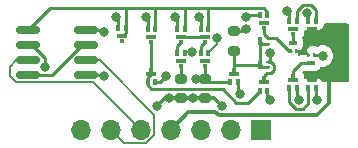
<source format=gbr>
%TF.GenerationSoftware,KiCad,Pcbnew,7.0.8*%
%TF.CreationDate,2024-06-12T14:08:57-04:00*%
%TF.ProjectId,Discrete_Opamp,44697363-7265-4746-955f-4f70616d702e,rev?*%
%TF.SameCoordinates,Original*%
%TF.FileFunction,Copper,L1,Top*%
%TF.FilePolarity,Positive*%
%FSLAX46Y46*%
G04 Gerber Fmt 4.6, Leading zero omitted, Abs format (unit mm)*
G04 Created by KiCad (PCBNEW 7.0.8) date 2024-06-12 14:08:57*
%MOMM*%
%LPD*%
G01*
G04 APERTURE LIST*
G04 Aperture macros list*
%AMRoundRect*
0 Rectangle with rounded corners*
0 $1 Rounding radius*
0 $2 $3 $4 $5 $6 $7 $8 $9 X,Y pos of 4 corners*
0 Add a 4 corners polygon primitive as box body*
4,1,4,$2,$3,$4,$5,$6,$7,$8,$9,$2,$3,0*
0 Add four circle primitives for the rounded corners*
1,1,$1+$1,$2,$3*
1,1,$1+$1,$4,$5*
1,1,$1+$1,$6,$7*
1,1,$1+$1,$8,$9*
0 Add four rect primitives between the rounded corners*
20,1,$1+$1,$2,$3,$4,$5,0*
20,1,$1+$1,$4,$5,$6,$7,0*
20,1,$1+$1,$6,$7,$8,$9,0*
20,1,$1+$1,$8,$9,$2,$3,0*%
G04 Aperture macros list end*
%TA.AperFunction,SMDPad,CuDef*%
%ADD10R,0.350000X0.500000*%
%TD*%
%TA.AperFunction,SMDPad,CuDef*%
%ADD11R,0.900000X0.440000*%
%TD*%
%TA.AperFunction,SMDPad,CuDef*%
%ADD12R,0.300000X0.340000*%
%TD*%
%TA.AperFunction,SMDPad,CuDef*%
%ADD13RoundRect,0.200000X-0.275000X0.200000X-0.275000X-0.200000X0.275000X-0.200000X0.275000X0.200000X0*%
%TD*%
%TA.AperFunction,ComponentPad*%
%ADD14R,1.700000X1.700000*%
%TD*%
%TA.AperFunction,ComponentPad*%
%ADD15O,1.700000X1.700000*%
%TD*%
%TA.AperFunction,SMDPad,CuDef*%
%ADD16RoundRect,0.150000X0.825000X0.150000X-0.825000X0.150000X-0.825000X-0.150000X0.825000X-0.150000X0*%
%TD*%
%TA.AperFunction,SMDPad,CuDef*%
%ADD17RoundRect,0.050000X0.150000X0.075000X-0.150000X0.075000X-0.150000X-0.075000X0.150000X-0.075000X0*%
%TD*%
%TA.AperFunction,SMDPad,CuDef*%
%ADD18RoundRect,0.050000X0.150000X0.300000X-0.150000X0.300000X-0.150000X-0.300000X0.150000X-0.300000X0*%
%TD*%
%TA.AperFunction,SMDPad,CuDef*%
%ADD19RoundRect,0.050000X-0.075000X0.150000X-0.075000X-0.150000X0.075000X-0.150000X0.075000X0.150000X0*%
%TD*%
%TA.AperFunction,SMDPad,CuDef*%
%ADD20RoundRect,0.050000X-0.300000X0.150000X-0.300000X-0.150000X0.300000X-0.150000X0.300000X0.150000X0*%
%TD*%
%TA.AperFunction,SMDPad,CuDef*%
%ADD21RoundRect,0.050000X0.075000X-0.150000X0.075000X0.150000X-0.075000X0.150000X-0.075000X-0.150000X0*%
%TD*%
%TA.AperFunction,SMDPad,CuDef*%
%ADD22RoundRect,0.050000X0.300000X-0.150000X0.300000X0.150000X-0.300000X0.150000X-0.300000X-0.150000X0*%
%TD*%
%TA.AperFunction,ViaPad*%
%ADD23C,0.800000*%
%TD*%
%TA.AperFunction,Conductor*%
%ADD24C,0.250000*%
%TD*%
%TA.AperFunction,Conductor*%
%ADD25C,0.350000*%
%TD*%
%TA.AperFunction,Conductor*%
%ADD26C,0.200000*%
%TD*%
G04 APERTURE END LIST*
D10*
%TO.P,Q12,1,G*%
%TO.N,Vb2*%
X42175000Y-48190000D03*
%TO.P,Q12,2,S*%
%TO.N,VSS*%
X42825000Y-48190000D03*
D11*
%TO.P,Q12,3,D*%
%TO.N,Net-(Q12-D)*%
X42500000Y-47500000D03*
D12*
X42500000Y-47110000D03*
%TD*%
D13*
%TO.P,R3,1*%
%TO.N,VDD*%
X40000000Y-43175000D03*
%TO.P,R3,2*%
%TO.N,Vamp*%
X40000000Y-44825000D03*
%TD*%
D10*
%TO.P,Q7,1,G*%
%TO.N,V+*%
X37825000Y-45000000D03*
%TO.P,Q7,2,S*%
%TO.N,Net-(Q4-D)*%
X37175000Y-45000000D03*
D11*
%TO.P,Q7,3,D*%
%TO.N,Vdiff*%
X37500000Y-45690000D03*
D12*
X37500000Y-46080000D03*
%TD*%
D14*
%TO.P,J1,1,Pin_1*%
%TO.N,VDD*%
X42240000Y-51500000D03*
D15*
%TO.P,J1,2,Pin_2*%
%TO.N,V+*%
X39700000Y-51500000D03*
%TO.P,J1,3,Pin_3*%
%TO.N,V-*%
X37160000Y-51500000D03*
%TO.P,J1,4,Pin_4*%
%TO.N,Vout*%
X34620000Y-51500000D03*
%TO.P,J1,5,Pin_5*%
%TO.N,IS+*%
X32080000Y-51500000D03*
%TO.P,J1,6,Pin_6*%
%TO.N,IS-*%
X29540000Y-51500000D03*
%TO.P,J1,7,Pin_7*%
%TO.N,VSS*%
X27000000Y-51500000D03*
%TD*%
D10*
%TO.P,Q5,1,G*%
%TO.N,Vb1*%
X37825000Y-43000000D03*
%TO.P,Q5,2,S*%
%TO.N,VDD*%
X37175000Y-43000000D03*
D11*
%TO.P,Q5,3,D*%
%TO.N,Net-(Q4-D)*%
X37500000Y-43690000D03*
D12*
X37500000Y-44080000D03*
%TD*%
D10*
%TO.P,Q1,1,G*%
%TO.N,Vb1*%
X30825000Y-42920000D03*
%TO.P,Q1,2,S*%
%TO.N,VDD*%
X30175000Y-42920000D03*
D11*
%TO.P,Q1,3,D*%
%TO.N,Vb1*%
X30500000Y-43610000D03*
D12*
X30500000Y-44000000D03*
%TD*%
D16*
%TO.P,U1,1*%
%TO.N,VSS*%
X27475000Y-46905000D03*
%TO.P,U1,2*%
%TO.N,IS-*%
X27475000Y-45635000D03*
%TO.P,U1,3*%
%TO.N,Net-(U1-Pad3)*%
X27475000Y-44365000D03*
%TO.P,U1,4*%
%TO.N,VDD*%
X27475000Y-43095000D03*
%TO.P,U1,5*%
%TO.N,Vb1*%
X22525000Y-43095000D03*
%TO.P,U1,6,S*%
%TO.N,VSS*%
X22525000Y-44365000D03*
%TO.P,U1,7*%
%TO.N,IS+*%
X22525000Y-45635000D03*
%TO.P,U1,8*%
%TO.N,Net-(U1-Pad3)*%
X22525000Y-46905000D03*
%TD*%
D10*
%TO.P,Q3,1,G*%
%TO.N,Vb1*%
X33325000Y-43000000D03*
%TO.P,Q3,2,S*%
%TO.N,VDD*%
X32675000Y-43000000D03*
D11*
%TO.P,Q3,3,D*%
%TO.N,Vb2*%
X33000000Y-43690000D03*
D12*
X33000000Y-44080000D03*
%TD*%
D13*
%TO.P,R2,1*%
%TO.N,Vdiff*%
X37500000Y-47175000D03*
%TO.P,R2,2*%
%TO.N,VSS*%
X37500000Y-48825000D03*
%TD*%
D10*
%TO.P,Q2,1,G*%
%TO.N,Vb2*%
X32675000Y-47500000D03*
%TO.P,Q2,2,S*%
%TO.N,VSS*%
X33325000Y-47500000D03*
D11*
%TO.P,Q2,3,D*%
%TO.N,Vb2*%
X33000000Y-46810000D03*
D12*
X33000000Y-46420000D03*
%TD*%
D10*
%TO.P,Q18,1,G*%
%TO.N,Net-(Q13-C)*%
X46925000Y-42310000D03*
%TO.P,Q18,2,S*%
%TO.N,VDD*%
X46275000Y-42310000D03*
D11*
%TO.P,Q18,3,D*%
%TO.N,Vout*%
X46600000Y-43000000D03*
D12*
X46600000Y-43390000D03*
%TD*%
D13*
%TO.P,R1,1*%
%TO.N,Net-(Q6-D)*%
X35500000Y-47175000D03*
%TO.P,R1,2*%
%TO.N,VSS*%
X35500000Y-48825000D03*
%TD*%
D17*
%TO.P,Q9,1,B*%
%TO.N,Vamp*%
X42850000Y-46225000D03*
%TO.P,Q9,2,E*%
%TO.N,Net-(Q12-D)*%
X42850000Y-45775000D03*
D18*
%TO.P,Q9,3,C*%
%TO.N,Vamp*%
X42150000Y-46000000D03*
%TD*%
D19*
%TO.P,Q14,1,B*%
%TO.N,Net-(Q12-D)*%
X46725000Y-45150000D03*
%TO.P,Q14,2,E*%
%TO.N,Vout*%
X46275000Y-45150000D03*
D20*
%TO.P,Q14,3,C*%
%TO.N,Net-(Q14-C)*%
X46500000Y-45850000D03*
%TD*%
D10*
%TO.P,Q15,1,G*%
%TO.N,Net-(Q14-C)*%
X44675000Y-48000000D03*
%TO.P,Q15,2,S*%
%TO.N,VSS*%
X45325000Y-48000000D03*
D11*
%TO.P,Q15,3,D*%
%TO.N,Net-(Q14-C)*%
X45000000Y-47310000D03*
D12*
X45000000Y-46920000D03*
%TD*%
D10*
%TO.P,Q4,1,G*%
%TO.N,Vb1*%
X35825000Y-43000000D03*
%TO.P,Q4,2,S*%
%TO.N,VDD*%
X35175000Y-43000000D03*
D11*
%TO.P,Q4,3,D*%
%TO.N,Net-(Q4-D)*%
X35500000Y-43690000D03*
D12*
X35500000Y-44080000D03*
%TD*%
D17*
%TO.P,Q10,1,B*%
%TO.N,Vamp*%
X42850000Y-44225000D03*
%TO.P,Q10,2,E*%
%TO.N,Net-(Q10-E)*%
X42850000Y-43775000D03*
D18*
%TO.P,Q10,3,C*%
%TO.N,Vamp*%
X42150000Y-44000000D03*
%TD*%
D10*
%TO.P,Q11,1,G*%
%TO.N,Vb1*%
X42825000Y-41810000D03*
%TO.P,Q11,2,S*%
%TO.N,VDD*%
X42175000Y-41810000D03*
D11*
%TO.P,Q11,3,D*%
%TO.N,Net-(Q10-E)*%
X42500000Y-42500000D03*
D12*
X42500000Y-42890000D03*
%TD*%
D10*
%TO.P,Q8,1,G*%
%TO.N,Vdiff*%
X39675000Y-47500000D03*
%TO.P,Q8,2,S*%
%TO.N,VSS*%
X40325000Y-47500000D03*
D11*
%TO.P,Q8,3,D*%
%TO.N,Vamp*%
X40000000Y-46810000D03*
D12*
X40000000Y-46420000D03*
%TD*%
D10*
%TO.P,Q6,1,G*%
%TO.N,V-*%
X35825000Y-45000000D03*
%TO.P,Q6,2,S*%
%TO.N,Net-(Q4-D)*%
X35175000Y-45000000D03*
D11*
%TO.P,Q6,3,D*%
%TO.N,Net-(Q6-D)*%
X35500000Y-45690000D03*
D12*
X35500000Y-46080000D03*
%TD*%
D10*
%TO.P,Q17,1,G*%
%TO.N,Net-(Q13-C)*%
X45325000Y-42310000D03*
%TO.P,Q17,2,S*%
%TO.N,VDD*%
X44675000Y-42310000D03*
D11*
%TO.P,Q17,3,D*%
%TO.N,Net-(Q13-C)*%
X45000000Y-43000000D03*
D12*
X45000000Y-43390000D03*
%TD*%
D21*
%TO.P,Q13,1,B*%
%TO.N,Net-(Q10-E)*%
X44775000Y-44850000D03*
%TO.P,Q13,2,E*%
%TO.N,Vout*%
X45225000Y-44850000D03*
D22*
%TO.P,Q13,3,C*%
%TO.N,Net-(Q13-C)*%
X45000000Y-44150000D03*
%TD*%
D10*
%TO.P,Q16,1,G*%
%TO.N,Net-(Q14-C)*%
X46275000Y-48000000D03*
%TO.P,Q16,2,S*%
%TO.N,VSS*%
X46925000Y-48000000D03*
D11*
%TO.P,Q16,3,D*%
%TO.N,Vout*%
X46600000Y-47310000D03*
D12*
X46600000Y-46920000D03*
%TD*%
D23*
%TO.N,VSS*%
X36500000Y-48799500D03*
X47000000Y-49000000D03*
X24000000Y-46180500D03*
X39000000Y-49500000D03*
X40500000Y-48500000D03*
X29000000Y-47000000D03*
X45500000Y-49000000D03*
X43000000Y-49000000D03*
X34250000Y-47000000D03*
X34500000Y-48825000D03*
X33500000Y-49500000D03*
%TO.N,VDD*%
X37000000Y-42000000D03*
X30000000Y-42000000D03*
X32500000Y-42000000D03*
X29000000Y-43194500D03*
X35000000Y-42000000D03*
X41000000Y-43000000D03*
X44500000Y-41500000D03*
X46150201Y-41649500D03*
X41000000Y-42000000D03*
%TO.N,V-*%
X36400500Y-44969274D03*
%TO.N,V+*%
X38555685Y-43734287D03*
%TO.N,Vdiff*%
X36750000Y-47250000D03*
%TO.N,Net-(Q12-D)*%
X43000000Y-45000000D03*
X47500000Y-45262054D03*
%TO.N,Vout*%
X48000000Y-43500000D03*
X48000000Y-47000000D03*
X48500000Y-44500000D03*
X48500000Y-46000000D03*
%TD*%
D24*
%TO.N,Vb1*%
X24385000Y-41235000D02*
X30800000Y-41235000D01*
X35825000Y-41260000D02*
X35800000Y-41235000D01*
X33300000Y-41235000D02*
X35800000Y-41235000D01*
X30825000Y-42920000D02*
X30825000Y-43285000D01*
X30825000Y-43285000D02*
X30500000Y-43610000D01*
X33325000Y-43000000D02*
X33325000Y-41260000D01*
X30825000Y-41260000D02*
X30800000Y-41235000D01*
X37800000Y-41235000D02*
X42500000Y-41235000D01*
X30800000Y-41235000D02*
X33300000Y-41235000D01*
X35825000Y-43000000D02*
X35825000Y-41260000D01*
X37825000Y-43000000D02*
X37825000Y-41260000D01*
X33325000Y-41260000D02*
X33300000Y-41235000D01*
X35800000Y-41235000D02*
X37800000Y-41235000D01*
X37825000Y-41260000D02*
X37800000Y-41235000D01*
X42825000Y-41560000D02*
X42825000Y-41810000D01*
X22525000Y-43095000D02*
X24385000Y-41235000D01*
X30825000Y-42920000D02*
X30825000Y-41260000D01*
X42500000Y-41235000D02*
X42825000Y-41560000D01*
%TO.N,VSS*%
X24000000Y-46180500D02*
X24000000Y-45463248D01*
X24000000Y-45463248D02*
X22901752Y-44365000D01*
X45325000Y-48000000D02*
X45325000Y-48825000D01*
X40325000Y-48325000D02*
X40500000Y-48500000D01*
D25*
X34500000Y-48825000D02*
X34175000Y-48825000D01*
X37500000Y-48825000D02*
X38325000Y-48825000D01*
D24*
X45311210Y-48013790D02*
X45325000Y-48000000D01*
D25*
X34175000Y-48825000D02*
X33500000Y-49500000D01*
X37500000Y-48825000D02*
X36525500Y-48825000D01*
D24*
X45320318Y-48004682D02*
X45325000Y-48000000D01*
X28905000Y-46905000D02*
X29000000Y-47000000D01*
D25*
X38325000Y-48825000D02*
X39000000Y-49500000D01*
D24*
X28450000Y-46905000D02*
X27475000Y-46905000D01*
X33325000Y-47500000D02*
X33750000Y-47500000D01*
D25*
X36474500Y-48825000D02*
X36500000Y-48799500D01*
D24*
X40325000Y-47500000D02*
X40325000Y-48325000D01*
X42825000Y-48190000D02*
X42825000Y-48825000D01*
D25*
X34500000Y-48825000D02*
X35500000Y-48825000D01*
X36525500Y-48825000D02*
X36500000Y-48799500D01*
X35500000Y-48825000D02*
X36474500Y-48825000D01*
D24*
X45325000Y-48825000D02*
X45500000Y-49000000D01*
X22901752Y-44365000D02*
X22525000Y-44365000D01*
X33750000Y-47500000D02*
X34250000Y-47000000D01*
X46925000Y-48925000D02*
X47000000Y-49000000D01*
X42825000Y-48825000D02*
X43000000Y-49000000D01*
X27475000Y-46905000D02*
X28905000Y-46905000D01*
X46925000Y-48000000D02*
X46925000Y-48925000D01*
%TO.N,Net-(U1-Pad3)*%
X22525000Y-46905000D02*
X24558248Y-46905000D01*
X27098248Y-44365000D02*
X27475000Y-44365000D01*
X24558248Y-46905000D02*
X27098248Y-44365000D01*
%TO.N,VDD*%
X37000000Y-42000000D02*
X37175000Y-42175000D01*
X44675000Y-41675000D02*
X44500000Y-41500000D01*
X28900500Y-43095000D02*
X29000000Y-43194500D01*
X35000000Y-42000000D02*
X35175000Y-42175000D01*
X44675000Y-42310000D02*
X44675000Y-41675000D01*
X40825000Y-43175000D02*
X41000000Y-43000000D01*
X30175000Y-42175000D02*
X30175000Y-42920000D01*
X32500000Y-42000000D02*
X32675000Y-42175000D01*
X30000000Y-42000000D02*
X30175000Y-42175000D01*
X42175000Y-41810000D02*
X41190000Y-41810000D01*
X46275000Y-42310000D02*
X46275000Y-41774299D01*
X27475000Y-43095000D02*
X28900500Y-43095000D01*
X37175000Y-42175000D02*
X37175000Y-43000000D01*
X46275000Y-41774299D02*
X46150201Y-41649500D01*
X40000000Y-43175000D02*
X40825000Y-43175000D01*
X35175000Y-42175000D02*
X35175000Y-43000000D01*
X32675000Y-42175000D02*
X32675000Y-43000000D01*
X41190000Y-41810000D02*
X41000000Y-42000000D01*
%TO.N,Vb2*%
X41140000Y-49225000D02*
X42175000Y-48190000D01*
X39049695Y-48075000D02*
X40199695Y-49225000D01*
X32675000Y-47135000D02*
X33000000Y-46810000D01*
X32675000Y-47500000D02*
X32675000Y-47750000D01*
X33000000Y-48075000D02*
X39049695Y-48075000D01*
X32675000Y-47750000D02*
X33000000Y-48075000D01*
X40199695Y-49225000D02*
X41140000Y-49225000D01*
X32675000Y-47500000D02*
X32675000Y-47135000D01*
X33000000Y-44080000D02*
X33000000Y-46420000D01*
%TO.N,Net-(Q4-D)*%
X37175000Y-44405000D02*
X37175000Y-45000000D01*
X35175000Y-44405000D02*
X35175000Y-45000000D01*
X35500000Y-43690000D02*
X37500000Y-43690000D01*
X37500000Y-44080000D02*
X37175000Y-44405000D01*
X35500000Y-44080000D02*
X35175000Y-44405000D01*
D26*
%TO.N,V-*%
X35855726Y-44969274D02*
X35825000Y-45000000D01*
X36400500Y-44969274D02*
X35855726Y-44969274D01*
D24*
%TO.N,Net-(Q6-D)*%
X35500000Y-46080000D02*
X35500000Y-47175000D01*
D26*
%TO.N,V+*%
X38555685Y-43734287D02*
X38555685Y-44269315D01*
X38555685Y-44269315D02*
X37825000Y-45000000D01*
D24*
%TO.N,Vdiff*%
X37425000Y-47250000D02*
X37500000Y-47175000D01*
X36750000Y-47250000D02*
X37425000Y-47250000D01*
X37500000Y-47175000D02*
X37825000Y-47500000D01*
X37825000Y-47500000D02*
X39675000Y-47500000D01*
X37500000Y-46080000D02*
X37500000Y-47175000D01*
%TO.N,Vamp*%
X42850000Y-46225000D02*
X42375000Y-46225000D01*
X40000000Y-46420000D02*
X40000000Y-46000000D01*
X42150000Y-46000000D02*
X40000000Y-46000000D01*
X42150000Y-44000000D02*
X42150000Y-46000000D01*
X40000000Y-46000000D02*
X40000000Y-44825000D01*
X42375000Y-44225000D02*
X42150000Y-44000000D01*
X42850000Y-44225000D02*
X42375000Y-44225000D01*
X42375000Y-46225000D02*
X42150000Y-46000000D01*
%TO.N,Net-(Q12-D)*%
X47387946Y-45150000D02*
X46725000Y-45150000D01*
X42765000Y-46675000D02*
X43155330Y-46675000D01*
X43375000Y-45994670D02*
X43155330Y-45775000D01*
X42500000Y-47110000D02*
X42500000Y-46940000D01*
X43000000Y-45000000D02*
X43000000Y-45625000D01*
X43155330Y-46675000D02*
X43375000Y-46455330D01*
X47500000Y-45262054D02*
X47387946Y-45150000D01*
X43155330Y-45775000D02*
X42850000Y-45775000D01*
X43375000Y-46455330D02*
X43375000Y-45994670D01*
X43000000Y-45625000D02*
X42850000Y-45775000D01*
X42500000Y-46940000D02*
X42765000Y-46675000D01*
%TO.N,Net-(Q10-E)*%
X42500000Y-43369670D02*
X42850000Y-43719670D01*
X44775000Y-44850000D02*
X44650000Y-44850000D01*
X43575000Y-43775000D02*
X42850000Y-43775000D01*
X42850000Y-43719670D02*
X42850000Y-43775000D01*
X42500000Y-43080000D02*
X42500000Y-43369670D01*
X44650000Y-44850000D02*
X43575000Y-43775000D01*
%TO.N,Net-(Q13-C)*%
X45325000Y-41425000D02*
X45825500Y-40924500D01*
X45325000Y-42310000D02*
X45325000Y-41425000D01*
X45825500Y-40924500D02*
X46499500Y-40924500D01*
X45000000Y-43390000D02*
X45000000Y-44150000D01*
X46499500Y-40924500D02*
X46925000Y-41350000D01*
X46925000Y-41350000D02*
X46925000Y-42310000D01*
%TO.N,Vout*%
X45225000Y-44850000D02*
X45975000Y-44850000D01*
D25*
X36120000Y-50000000D02*
X38403984Y-50000000D01*
X38678984Y-50275000D02*
X46975000Y-50275000D01*
X46975000Y-50275000D02*
X48000000Y-49250000D01*
X34620000Y-51500000D02*
X36120000Y-50000000D01*
X38403984Y-50000000D02*
X38678984Y-50275000D01*
D24*
X45975000Y-44850000D02*
X46275000Y-45150000D01*
D25*
X48000000Y-49250000D02*
X48000000Y-47000000D01*
D24*
%TO.N,Net-(Q14-C)*%
X45800305Y-49725000D02*
X45199695Y-49725000D01*
X45199695Y-49725000D02*
X44675000Y-49200305D01*
X46275000Y-48000000D02*
X46275000Y-49250305D01*
X45650000Y-45850000D02*
X46500000Y-45850000D01*
X44675000Y-49200305D02*
X44675000Y-48000000D01*
X45000000Y-46500000D02*
X45650000Y-45850000D01*
X46275000Y-49250305D02*
X45800305Y-49725000D01*
X45000000Y-46920000D02*
X45000000Y-46500000D01*
D26*
%TO.N,IS-*%
X29540000Y-51500000D02*
X30698135Y-52658135D01*
X30698135Y-52658135D02*
X32560367Y-52658135D01*
X33230000Y-50240050D02*
X28624950Y-45635000D01*
X28624950Y-45635000D02*
X27475000Y-45635000D01*
X32560367Y-52658135D02*
X33230000Y-51988502D01*
X33230000Y-51988502D02*
X33230000Y-50240050D01*
%TO.N,IS+*%
X21000000Y-46185000D02*
X21550000Y-45635000D01*
X28085000Y-47505000D02*
X21513604Y-47505000D01*
X21000000Y-46991396D02*
X21000000Y-46185000D01*
X32080000Y-51500000D02*
X28085000Y-47505000D01*
X21513604Y-47505000D02*
X21000000Y-46991396D01*
X21550000Y-45635000D02*
X22525000Y-45635000D01*
%TD*%
%TA.AperFunction,Conductor*%
%TO.N,Vout*%
G36*
X49642539Y-42519685D02*
G01*
X49688294Y-42572489D01*
X49699500Y-42624000D01*
X49699500Y-47376000D01*
X49679815Y-47443039D01*
X49627011Y-47488794D01*
X49575500Y-47500000D01*
X47600124Y-47500000D01*
X47533085Y-47480315D01*
X47500859Y-47450313D01*
X47457546Y-47392454D01*
X47434709Y-47375358D01*
X47342335Y-47306206D01*
X47342328Y-47306202D01*
X47207486Y-47255910D01*
X47207485Y-47255909D01*
X47207483Y-47255909D01*
X47147873Y-47249500D01*
X47147863Y-47249500D01*
X46702129Y-47249500D01*
X46702123Y-47249501D01*
X46642520Y-47255908D01*
X46634974Y-47257692D01*
X46634628Y-47256230D01*
X46573622Y-47260584D01*
X46558600Y-47256172D01*
X46557482Y-47255908D01*
X46497882Y-47249501D01*
X46497873Y-47249500D01*
X46497863Y-47249500D01*
X46074499Y-47249500D01*
X46007460Y-47229815D01*
X45961705Y-47177011D01*
X45950499Y-47125500D01*
X45950499Y-47042129D01*
X45950498Y-47042123D01*
X45944091Y-46982516D01*
X45893797Y-46847671D01*
X45893795Y-46847668D01*
X45807546Y-46732454D01*
X45807543Y-46732452D01*
X45805404Y-46729594D01*
X45780986Y-46664130D01*
X45795837Y-46595856D01*
X45816986Y-46567603D01*
X45850478Y-46534111D01*
X45911802Y-46500628D01*
X45981493Y-46505614D01*
X45983648Y-46506441D01*
X46030873Y-46525064D01*
X46068436Y-46539877D01*
X46156898Y-46550500D01*
X46156903Y-46550500D01*
X46843097Y-46550500D01*
X46843102Y-46550500D01*
X46931564Y-46539877D01*
X47072342Y-46484361D01*
X47192922Y-46392922D01*
X47284361Y-46272342D01*
X47296695Y-46241064D01*
X47339601Y-46185920D01*
X47405508Y-46162727D01*
X47412050Y-46162554D01*
X47594644Y-46162554D01*
X47594646Y-46162554D01*
X47779803Y-46123198D01*
X47952730Y-46046205D01*
X48105871Y-45934942D01*
X48232533Y-45794270D01*
X48327179Y-45630338D01*
X48385674Y-45450310D01*
X48405460Y-45262054D01*
X48385674Y-45073798D01*
X48327179Y-44893770D01*
X48232533Y-44729838D01*
X48105871Y-44589166D01*
X48105870Y-44589165D01*
X47952734Y-44477905D01*
X47952729Y-44477902D01*
X47779807Y-44400911D01*
X47779802Y-44400909D01*
X47634001Y-44369919D01*
X47594646Y-44361554D01*
X47405354Y-44361554D01*
X47372897Y-44368452D01*
X47220197Y-44400909D01*
X47220192Y-44400911D01*
X47061628Y-44471510D01*
X46992378Y-44480795D01*
X46965702Y-44473585D01*
X46931565Y-44460123D01*
X46916820Y-44458352D01*
X46843102Y-44449500D01*
X46606898Y-44449500D01*
X46567853Y-44454188D01*
X46518438Y-44460122D01*
X46377656Y-44515639D01*
X46257077Y-44607077D01*
X46165639Y-44727656D01*
X46110122Y-44868438D01*
X46107080Y-44893776D01*
X46099500Y-44956898D01*
X46099500Y-44956903D01*
X46099500Y-45063478D01*
X46079815Y-45130517D01*
X46027011Y-45176272D01*
X46020991Y-45178832D01*
X45927112Y-45215854D01*
X45881621Y-45224500D01*
X45732743Y-45224500D01*
X45717122Y-45222775D01*
X45717096Y-45223061D01*
X45709334Y-45222327D01*
X45709333Y-45222327D01*
X45640186Y-45224500D01*
X45610649Y-45224500D01*
X45603766Y-45225369D01*
X45597949Y-45225826D01*
X45551373Y-45227290D01*
X45543670Y-45228511D01*
X45543435Y-45227029D01*
X45482312Y-45226848D01*
X45423646Y-45188899D01*
X45394810Y-45125258D01*
X45394485Y-45093190D01*
X45400500Y-45043102D01*
X45400500Y-44936520D01*
X45420185Y-44869481D01*
X45472989Y-44823726D01*
X45478971Y-44821181D01*
X45572342Y-44784361D01*
X45692922Y-44692922D01*
X45784361Y-44572342D01*
X45839877Y-44431564D01*
X45850500Y-44343102D01*
X45850500Y-43956898D01*
X45839877Y-43868436D01*
X45784361Y-43727658D01*
X45784360Y-43727657D01*
X45781249Y-43719767D01*
X45782652Y-43719213D01*
X45769067Y-43660290D01*
X45792670Y-43594528D01*
X45805180Y-43579911D01*
X45807538Y-43577551D01*
X45807546Y-43577546D01*
X45893796Y-43462331D01*
X45944091Y-43327483D01*
X45950500Y-43267873D01*
X45950499Y-43184497D01*
X45970183Y-43117461D01*
X46022986Y-43071705D01*
X46074494Y-43060499D01*
X46497872Y-43060499D01*
X46557483Y-43054091D01*
X46557485Y-43054090D01*
X46557487Y-43054090D01*
X46565031Y-43052308D01*
X46565377Y-43053775D01*
X46626342Y-43049408D01*
X46641378Y-43053822D01*
X46642511Y-43054089D01*
X46642517Y-43054091D01*
X46702127Y-43060500D01*
X47147872Y-43060499D01*
X47207483Y-43054091D01*
X47342331Y-43003796D01*
X47457546Y-42917546D01*
X47543796Y-42802331D01*
X47594091Y-42667483D01*
X47600191Y-42610741D01*
X47626928Y-42546194D01*
X47684320Y-42506346D01*
X47723480Y-42500000D01*
X49575500Y-42500000D01*
X49642539Y-42519685D01*
G37*
%TD.AperFunction*%
%TD*%
M02*

</source>
